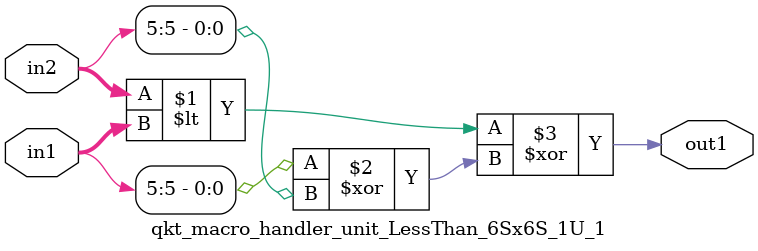
<source format=v>

`timescale 1ps / 1ps


module qkt_macro_handler_unit_LessThan_6Sx6S_1U_1( in2, in1, out1 );

    input [5:0] in2;
    input [5:0] in1;
    output out1;

    
    // rtl_process:qkt_macro_handler_unit_LessThan_6Sx6S_1U_1/qkt_macro_handler_unit_LessThan_6Sx6S_1U_1_thread_1
    assign out1 = (in2 < in1 ^ (in1[5] ^ in2[5]));

endmodule


</source>
